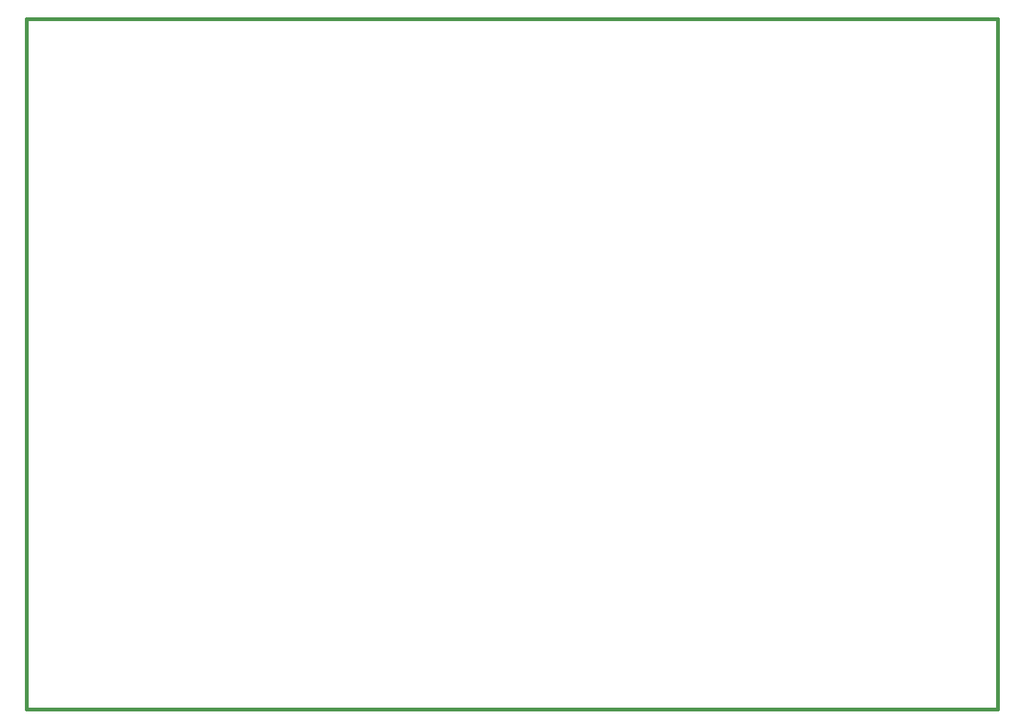
<source format=gko>
G75*
%MOIN*%
%OFA0B0*%
%FSLAX25Y25*%
%IPPOS*%
%LPD*%
%AMOC8*
5,1,8,0,0,1.08239X$1,22.5*
%
%ADD10C,0.01600*%
D10*
X0024473Y0023331D02*
X0024473Y0328450D01*
X0453607Y0328450D01*
X0453607Y0023331D01*
X0024473Y0023331D01*
M02*

</source>
